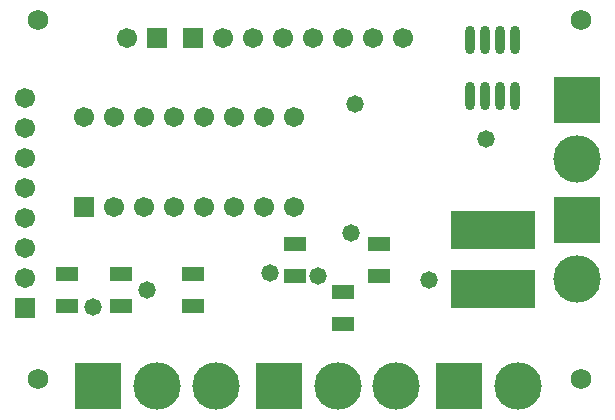
<source format=gts>
%FSLAX23Y23*%
%MOIN*%
G70*
G01*
G75*
G04 Layer_Color=8388736*
%ADD10O,0.024X0.087*%
%ADD11R,0.067X0.043*%
%ADD12R,0.276X0.118*%
%ADD13C,0.033*%
%ADD14C,0.020*%
%ADD15C,0.025*%
%ADD16R,0.150X0.150*%
%ADD17C,0.150*%
%ADD18R,0.150X0.150*%
%ADD19R,0.059X0.059*%
%ADD20C,0.059*%
%ADD21R,0.059X0.059*%
%ADD22C,0.059*%
%ADD23C,0.060*%
%ADD24R,0.059X0.059*%
%ADD25C,0.050*%
%ADD26C,0.010*%
%ADD27C,0.008*%
%ADD28C,0.010*%
%ADD29O,0.032X0.095*%
%ADD30R,0.075X0.051*%
%ADD31R,0.284X0.126*%
%ADD32R,0.158X0.158*%
%ADD33C,0.158*%
%ADD34R,0.158X0.158*%
%ADD35R,0.067X0.067*%
%ADD36C,0.067*%
%ADD37R,0.067X0.067*%
%ADD38C,0.067*%
%ADD39C,0.068*%
%ADD40R,0.067X0.067*%
%ADD41C,0.058*%
D29*
X3795Y2354D02*
D03*
X3745D02*
D03*
X3695D02*
D03*
X3645D02*
D03*
X3795Y2166D02*
D03*
X3745D02*
D03*
X3695D02*
D03*
X3645D02*
D03*
D30*
X2300Y1573D02*
D03*
Y1467D02*
D03*
X2480Y1573D02*
D03*
Y1467D02*
D03*
X2720Y1573D02*
D03*
Y1467D02*
D03*
X3220Y1513D02*
D03*
Y1407D02*
D03*
X3060Y1673D02*
D03*
Y1567D02*
D03*
X3340Y1673D02*
D03*
Y1567D02*
D03*
D31*
X3720Y1523D02*
D03*
Y1720D02*
D03*
D32*
X4000Y1754D02*
D03*
Y2155D02*
D03*
D33*
Y1557D02*
D03*
Y1958D02*
D03*
X3399Y1200D02*
D03*
X3203D02*
D03*
X2798D02*
D03*
X2602D02*
D03*
X3805D02*
D03*
D34*
X3006D02*
D03*
X2405D02*
D03*
X3608D02*
D03*
D35*
X2720Y2360D02*
D03*
X2600D02*
D03*
D36*
X2820D02*
D03*
X2920D02*
D03*
X3020D02*
D03*
X3120D02*
D03*
X3220D02*
D03*
X3320D02*
D03*
X3420D02*
D03*
X2160Y1560D02*
D03*
Y1660D02*
D03*
Y1760D02*
D03*
Y1860D02*
D03*
Y1960D02*
D03*
Y2060D02*
D03*
Y2160D02*
D03*
X2500Y2360D02*
D03*
D37*
X2359Y1797D02*
D03*
D38*
X2459D02*
D03*
X2559D02*
D03*
X2659D02*
D03*
X2759D02*
D03*
X2859D02*
D03*
X2959D02*
D03*
X3059D02*
D03*
X2359Y2097D02*
D03*
X2459D02*
D03*
X2559D02*
D03*
X2659D02*
D03*
X2759D02*
D03*
X2859D02*
D03*
X2959D02*
D03*
X3059D02*
D03*
D39*
X2205Y1225D02*
D03*
Y2420D02*
D03*
X4015D02*
D03*
Y1225D02*
D03*
D40*
X2160Y1460D02*
D03*
D41*
X3699Y2023D02*
D03*
X3249Y1711D02*
D03*
X3138Y1567D02*
D03*
X2977Y1579D02*
D03*
X3506Y1554D02*
D03*
X3260Y2140D02*
D03*
X2387Y1463D02*
D03*
X2568Y1520D02*
D03*
M02*

</source>
